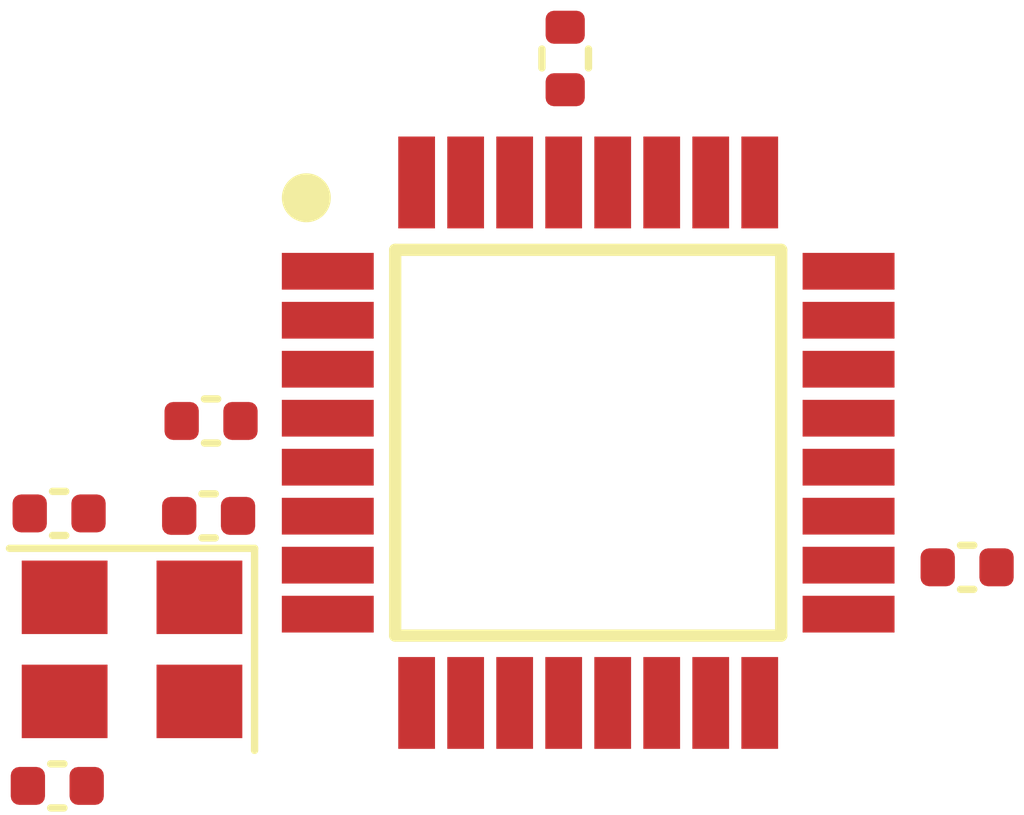
<source format=kicad_pcb>
(kicad_pcb (version 20241229) (generator "pcbnew") (generator_version "9.0")
  (title_block (title "${PCB_NAME}") (date "${CURRENT_DATE}") (rev "${PCB_VERSION}"))
  (layers (0 "F.Cu" signal) (2 "B.Cu" signal) (13 "F.Paste" user) (15 "B.Paste" user) (5 "F.SilkS" user "F.Silkscreen") (7 "B.SilkS" user "B.Silkscreen") (1 "F.Mask" user) (3 "B.Mask" user) (25 "Edge.Cuts" user))
  (net 0 "")
  (net 1 "A5")
  (net 2 "D8")
  (net 3 "A7")
  (net 4 "D3")
  (net 5 "oscpair_XOUT")
  (net 6 "A0")
  (net 7 "D12")
  (net 8 "D13")
  (net 9 "A6")
  (net 10 "A3")
  (net 11 "GND")
  (net 12 "D6")
  (net 13 "oscpair_XIN")
  (net 14 "A2")
  (net 15 "AREF")
  (net 16 "D9")
  (net 17 "D11")
  (net 18 "D1")
  (net 19 "A4")
  (net 20 "D4")
  (net 21 "A1")
  (net 22 "D5")
  (net 23 "RESET")
  (net 24 "D10")
  (net 25 "VCC")
  (net 26 "D0")
  (net 27 "D2")
  (net 28 "D7")
  (footprint "QFP80P900X900X120-32N:QFP80P900X900X120-32N" (layer "F.Cu") (at 147.545 106.725)
    (property "Reference" "IC1" (hide yes))
    (property "Value" "ATMEGA328PMAU" (hide yes))
    (fp_line (start -3.15 -3.15) (end 3.15 -3.15) (stroke (width 0.2)) (layer "F.SilkS"))
    (fp_line (start -3.15 3.15) (end -3.15 -3.15) (stroke (width 0.2)) (layer "F.SilkS"))
    (fp_line (start 3.15 -3.15) (end 3.15 3.15) (stroke (width 0.2)) (layer "F.SilkS"))
    (fp_line (start 3.15 3.15) (end -3.15 3.15) (stroke (width 0.2)) (layer "F.SilkS"))
    (fp_circle (center -4.6 -4) (end -4.6 -3.8) (stroke (width 0.4)) (fill no) (layer "F.SilkS"))
    (pad "1" smd rect (at -4.25 -2.8 90) (size 0.6 1.5) (layers "F.Cu" "F.Mask" "F.Paste") (net 4 "D3"))
    (pad "2" smd rect (at -4.25 -2 90) (size 0.6 1.5) (layers "F.Cu" "F.Mask" "F.Paste") (net 20 "D4"))
    (pad "3" smd rect (at -4.25 -1.2 90) (size 0.6 1.5) (layers "F.Cu" "F.Mask" "F.Paste") (net 11 "GND"))
    (pad "4" smd rect (at -4.25 -0.4 90) (size 0.6 1.5) (layers "F.Cu" "F.Mask" "F.Paste") (net 25 "VCC"))
    (pad "5" smd rect (at -4.25 0.4 90) (size 0.6 1.5) (layers "F.Cu" "F.Mask" "F.Paste") (net 11 "GND"))
    (pad "6" smd rect (at -4.25 1.2 90) (size 0.6 1.5) (layers "F.Cu" "F.Mask" "F.Paste") (net 25 "VCC"))
    (pad "7" smd rect (at -4.25 2 90) (size 0.6 1.5) (layers "F.Cu" "F.Mask" "F.Paste") (net 13 "oscpair_XIN"))
    (pad "8" smd rect (at -4.25 2.8 90) (size 0.6 1.5) (layers "F.Cu" "F.Mask" "F.Paste") (net 5 "oscpair_XOUT"))
    (pad "9" smd rect (at -2.8 4.25) (size 0.6 1.5) (layers "F.Cu" "F.Mask" "F.Paste") (net 22 "D5"))
    (pad "10" smd rect (at -2 4.25) (size 0.6 1.5) (layers "F.Cu" "F.Mask" "F.Paste") (net 12 "D6"))
    (pad "11" smd rect (at -1.2 4.25) (size 0.6 1.5) (layers "F.Cu" "F.Mask" "F.Paste") (net 28 "D7"))
    (pad "12" smd rect (at -0.4 4.25) (size 0.6 1.5) (layers "F.Cu" "F.Mask" "F.Paste") (net 2 "D8"))
    (pad "13" smd rect (at 0.4 4.25) (size 0.6 1.5) (layers "F.Cu" "F.Mask" "F.Paste") (net 16 "D9"))
    (pad "14" smd rect (at 1.2 4.25) (size 0.6 1.5) (layers "F.Cu" "F.Mask" "F.Paste") (net 24 "D10"))
    (pad "15" smd rect (at 2 4.25) (size 0.6 1.5) (layers "F.Cu" "F.Mask" "F.Paste") (net 17 "D11"))
    (pad "16" smd rect (at 2.8 4.25) (size 0.6 1.5) (layers "F.Cu" "F.Mask" "F.Paste") (net 7 "D12"))
    (pad "17" smd rect (at 4.25 2.8 90) (size 0.6 1.5) (layers "F.Cu" "F.Mask" "F.Paste") (net 8 "D13"))
    (pad "18" smd rect (at 4.25 2 90) (size 0.6 1.5) (layers "F.Cu" "F.Mask" "F.Paste") (net 25 "VCC"))
    (pad "19" smd rect (at 4.25 1.2 90) (size 0.6 1.5) (layers "F.Cu" "F.Mask" "F.Paste") (net 9 "A6"))
    (pad "20" smd rect (at 4.25 0.4 90) (size 0.6 1.5) (layers "F.Cu" "F.Mask" "F.Paste") (net 15 "AREF"))
    (pad "21" smd rect (at 4.25 -0.4 90) (size 0.6 1.5) (layers "F.Cu" "F.Mask" "F.Paste") (net 11 "GND"))
    (pad "22" smd rect (at 4.25 -1.2 90) (size 0.6 1.5) (layers "F.Cu" "F.Mask" "F.Paste") (net 3 "A7"))
    (pad "23" smd rect (at 4.25 -2 90) (size 0.6 1.5) (layers "F.Cu" "F.Mask" "F.Paste") (net 6 "A0"))
    (pad "24" smd rect (at 4.25 -2.8 90) (size 0.6 1.5) (layers "F.Cu" "F.Mask" "F.Paste") (net 21 "A1"))
    (pad "25" smd rect (at 2.8 -4.25) (size 0.6 1.5) (layers "F.Cu" "F.Mask" "F.Paste") (net 14 "A2"))
    (pad "26" smd rect (at 2 -4.25) (size 0.6 1.5) (layers "F.Cu" "F.Mask" "F.Paste") (net 10 "A3"))
    (pad "27" smd rect (at 1.2 -4.25) (size 0.6 1.5) (layers "F.Cu" "F.Mask" "F.Paste") (net 19 "A4"))
    (pad "28" smd rect (at 0.4 -4.25) (size 0.6 1.5) (layers "F.Cu" "F.Mask" "F.Paste") (net 1 "A5"))
    (pad "29" smd rect (at -0.4 -4.25) (size 0.6 1.5) (layers "F.Cu" "F.Mask" "F.Paste") (net 23 "RESET"))
    (pad "30" smd rect (at -1.2 -4.25) (size 0.6 1.5) (layers "F.Cu" "F.Mask" "F.Paste") (net 26 "D0"))
    (pad "31" smd rect (at -2 -4.25) (size 0.6 1.5) (layers "F.Cu" "F.Mask" "F.Paste") (net 18 "D1"))
    (pad "32" smd rect (at -2.8 -4.25) (size 0.6 1.5) (layers "F.Cu" "F.Mask" "F.Paste") (net 27 "D2"))
  )
  (footprint "C_0402_1005Metric:C_0402_1005Metric" (layer "F.Cu") (at 153.73 108.76)
    (property "Reference" "C3" (hide yes))
    (property "Value" "100nF 6.3V" (hide yes))
    (fp_line (start -0.107836 -0.36) (end 0.107836 -0.36) (stroke (width 0.12)) (layer "F.SilkS"))
    (fp_line (start -0.107836 0.36) (end 0.107836 0.36) (stroke (width 0.12)) (layer "F.SilkS"))
    (pad "1" smd roundrect (at -0.48 0) (size 0.56 0.62) (layers "F.Cu" "F.Mask" "F.Paste") (net 25 "VCC"))
    (pad "2" smd roundrect (at 0.48 0) (size 0.56 0.62) (layers "F.Cu" "F.Mask" "F.Paste") (net 11 "GND"))
  )
  (footprint "C_0402_1005Metric:C_0402_1005Metric" (layer "F.Cu") (at 138.91 107.88 180)
    (property "Reference" "C4" (hide yes))
    (property "Value" "22pF C0G" (hide yes))
    (fp_line (start -0.107836 0.36) (end 0.107836 0.36) (stroke (width 0.12)) (layer "F.SilkS"))
    (fp_line (start -0.107836 -0.36) (end 0.107836 -0.36) (stroke (width 0.12)) (layer "F.SilkS"))
    (pad "1" smd roundrect (at -0.48 0 180) (size 0.56 0.62) (layers "F.Cu" "F.Mask" "F.Paste") (net 13 "oscpair_XIN"))
    (pad "2" smd roundrect (at 0.48 0 180) (size 0.56 0.62) (layers "F.Cu" "F.Mask" "F.Paste") (net 11 "GND"))
  )
  (footprint "C_0402_1005Metric:C_0402_1005Metric" (layer "F.Cu") (at 138.88 112.33 180)
    (property "Reference" "C5" (hide yes))
    (property "Value" "22pF C0G" (hide yes))
    (fp_line (start -0.107836 0.36) (end 0.107836 0.36) (stroke (width 0.12)) (layer "F.SilkS"))
    (fp_line (start -0.107836 -0.36) (end 0.107836 -0.36) (stroke (width 0.12)) (layer "F.SilkS"))
    (pad "1" smd roundrect (at -0.48 0 180) (size 0.56 0.62) (layers "F.Cu" "F.Mask" "F.Paste") (net 5 "oscpair_XOUT"))
    (pad "2" smd roundrect (at 0.48 0 180) (size 0.56 0.62) (layers "F.Cu" "F.Mask" "F.Paste") (net 11 "GND"))
  )
  (footprint "C_0402_1005Metric:C_0402_1005Metric" (layer "F.Cu") (at 141.39 106.37 180)
    (property "Reference" "C1" (hide yes))
    (property "Value" "100nF 6.3V" (hide yes))
    (fp_line (start -0.107836 0.36) (end 0.107836 0.36) (stroke (width 0.12)) (layer "F.SilkS"))
    (fp_line (start -0.107836 -0.36) (end 0.107836 -0.36) (stroke (width 0.12)) (layer "F.SilkS"))
    (pad "1" smd roundrect (at -0.48 0 180) (size 0.56 0.62) (layers "F.Cu" "F.Mask" "F.Paste") (net 25 "VCC"))
    (pad "2" smd roundrect (at 0.48 0 180) (size 0.56 0.62) (layers "F.Cu" "F.Mask" "F.Paste") (net 11 "GND"))
  )
  (footprint "R_0402_1005Metric:R_0402_1005Metric" (layer "F.Cu") (at 147.17 100.45 90)
    (property "Reference" "R1" (hide yes))
    (property "Value" "10k 5%" (hide yes))
    (fp_line (start -0.153641 -0.38) (end 0.153641 -0.38) (stroke (width 0.12)) (layer "F.SilkS"))
    (fp_line (start -0.153641 0.38) (end 0.153641 0.38) (stroke (width 0.12)) (layer "F.SilkS"))
    (pad "1" smd roundrect (at -0.509999 0 90) (size 0.54 0.64) (layers "F.Cu" "F.Mask" "F.Paste") (net 23 "RESET"))
    (pad "2" smd roundrect (at 0.509999 0 90) (size 0.54 0.64) (layers "F.Cu" "F.Mask" "F.Paste") (net 25 "VCC"))
  )
  (footprint "Crystal_SMD_3225-4Pin_3.2x2.5mm:Crystal_SMD_3225-4Pin_3.2x2.5mm" (layer "F.Cu") (at 140.1 110.1 180)
    (property "Reference" "Y1" (hide yes))
    (property "Value" "16MHz 18pF" (hide yes))
    (fp_line (start -2 1.65) (end 2 1.65) (stroke (width 0.12)) (layer "F.SilkS"))
    (fp_line (start -2 -1.65) (end -2 1.65) (stroke (width 0.12)) (layer "F.SilkS"))
    (pad "1" smd rect (at -1.1 0.85 180) (size 1.4 1.2) (layers "F.Cu" "F.Mask" "F.Paste") (net 13 "oscpair_XIN"))
    (pad "2" smd rect (at 1.1 0.85 180) (size 1.4 1.2) (layers "F.Cu" "F.Mask" "F.Paste") (net 11 "GND"))
    (pad "3" smd rect (at 1.1 -0.85 180) (size 1.4 1.2) (layers "F.Cu" "F.Mask" "F.Paste") (net 5 "oscpair_XOUT"))
    (pad "4" smd rect (at -1.1 -0.85 180) (size 1.4 1.2) (layers "F.Cu" "F.Mask" "F.Paste") (net 11 "GND"))
  )
  (footprint "C_0402_1005Metric:C_0402_1005Metric" (layer "F.Cu") (at 141.35 107.92 180)
    (property "Reference" "C2" (hide yes))
    (property "Value" "100nF 6.3V" (hide yes))
    (fp_line (start -0.107836 0.36) (end 0.107836 0.36) (stroke (width 0.12)) (layer "F.SilkS"))
    (fp_line (start -0.107836 -0.36) (end 0.107836 -0.36) (stroke (width 0.12)) (layer "F.SilkS"))
    (pad "1" smd roundrect (at -0.48 0 180) (size 0.56 0.62) (layers "F.Cu" "F.Mask" "F.Paste") (net 25 "VCC"))
    (pad "2" smd roundrect (at 0.48 0 180) (size 0.56 0.62) (layers "F.Cu" "F.Mask" "F.Paste") (net 11 "GND"))
  )
)
</source>
